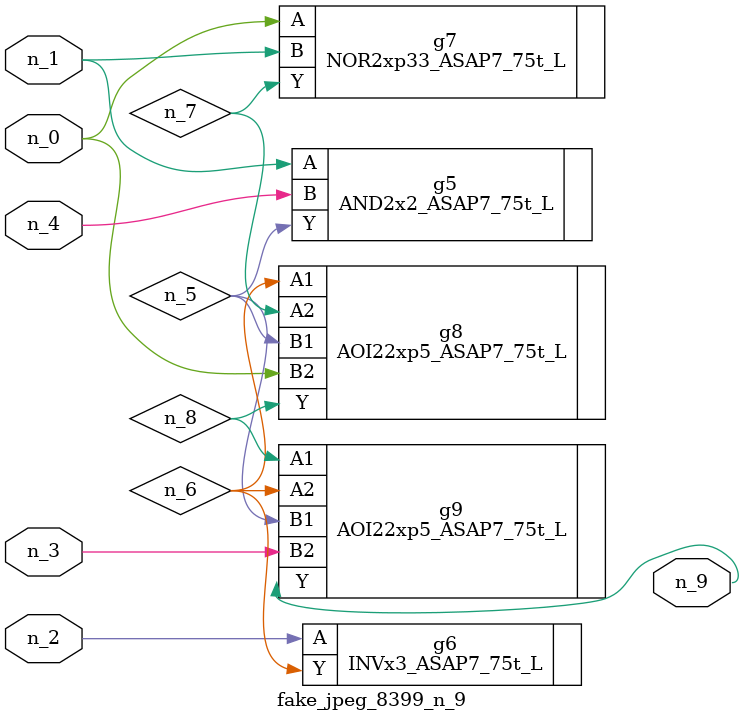
<source format=v>
module fake_jpeg_8399_n_9 (n_3, n_2, n_1, n_0, n_4, n_9);

input n_3;
input n_2;
input n_1;
input n_0;
input n_4;

output n_9;

wire n_8;
wire n_6;
wire n_5;
wire n_7;

AND2x2_ASAP7_75t_L g5 ( 
.A(n_1),
.B(n_4),
.Y(n_5)
);

INVx3_ASAP7_75t_L g6 ( 
.A(n_2),
.Y(n_6)
);

NOR2xp33_ASAP7_75t_L g7 ( 
.A(n_0),
.B(n_1),
.Y(n_7)
);

AOI22xp5_ASAP7_75t_L g8 ( 
.A1(n_6),
.A2(n_7),
.B1(n_5),
.B2(n_0),
.Y(n_8)
);

AOI22xp5_ASAP7_75t_L g9 ( 
.A1(n_8),
.A2(n_6),
.B1(n_5),
.B2(n_3),
.Y(n_9)
);


endmodule
</source>
